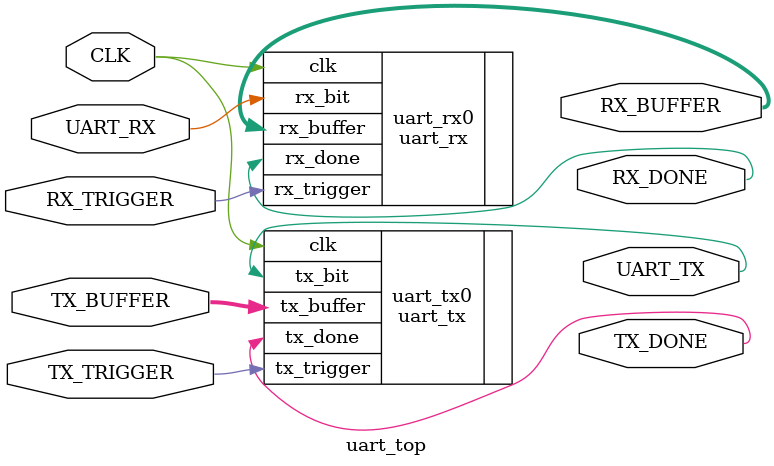
<source format=sv>
`timescale 1ns / 1ps

parameter BAUDRATE_DIVISOR = 100_000_000/9600;

module uart_top(
    input  CLK,
    input  UART_RX,
    input [7:0] TX_BUFFER,
    input TX_TRIGGER,
    input RX_TRIGGER,

    output  UART_TX,
    output TX_DONE,
    output RX_DONE,
    output [7:0] RX_BUFFER
    );


    uart_rx #(BAUDRATE_DIVISOR) uart_rx0(
        .clk(CLK),
        .rx_trigger(RX_TRIGGER),
        .rx_bit(UART_RX),
        
        .rx_buffer(RX_BUFFER),
        .rx_done(RX_DONE)
        );
    
    uart_tx #(BAUDRATE_DIVISOR) uart_tx0(
        .clk(CLK),
        .tx_trigger(TX_TRIGGER),
        .tx_buffer(TX_BUFFER),
        
        .tx_bit(UART_TX),
        .tx_done(TX_DONE)
        );


endmodule
</source>
